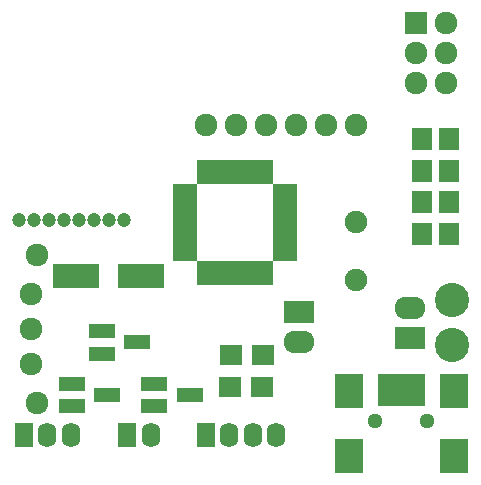
<source format=gts>
G04 #@! TF.FileFunction,Soldermask,Top*
%FSLAX46Y46*%
G04 Gerber Fmt 4.6, Leading zero omitted, Abs format (unit mm)*
G04 Created by KiCad (PCBNEW 4.0.2+e4-6225~38~ubuntu14.04.1-stable) date Sat Jul  9 19:21:58 2016*
%MOMM*%
G01*
G04 APERTURE LIST*
%ADD10C,0.150000*%
%ADD11R,1.598880X2.099260*%
%ADD12O,1.598880X2.099260*%
%ADD13R,2.200860X1.200100*%
%ADD14C,1.200000*%
%ADD15R,0.900380X2.701240*%
%ADD16R,2.398980X2.899360*%
%ADD17C,1.299160*%
%ADD18R,1.924000X1.924000*%
%ADD19C,1.924000*%
%ADD20C,2.899360*%
%ADD21R,2.599640X1.924000*%
%ADD22O,2.599640X1.924000*%
%ADD23R,2.000000X0.950000*%
%ADD24R,0.950000X2.000000*%
%ADD25R,3.999180X2.000200*%
%ADD26R,1.700000X1.900000*%
%ADD27R,1.900000X1.700000*%
%ADD28C,1.901140*%
G04 APERTURE END LIST*
D10*
D11*
X17701260Y3175000D03*
D12*
X19700240Y3175000D03*
X21701760Y3175000D03*
X23700740Y3175000D03*
D11*
X11064240Y3175000D03*
D12*
X13065760Y3175000D03*
D13*
X6372860Y7554000D03*
X6372860Y5654000D03*
X9375140Y6604000D03*
X13357860Y7554000D03*
X13357860Y5654000D03*
X16360140Y6604000D03*
X8912860Y11999000D03*
X8912860Y10099000D03*
X11915140Y11049000D03*
D14*
X1872000Y21380000D03*
X3145500Y21390400D03*
X4415500Y21390400D03*
X5685500Y21390400D03*
X6955500Y21390400D03*
X8225500Y21390400D03*
X9495500Y21390400D03*
X10765500Y21390400D03*
D15*
X32689800Y7005320D03*
X33489900Y7005320D03*
X34290000Y7005320D03*
X35090100Y7005320D03*
X35890200Y7005320D03*
D16*
X29839920Y6906260D03*
X29839920Y1407160D03*
X38740080Y6906260D03*
X38740080Y1407160D03*
D17*
X32090360Y4406900D03*
X36489640Y4406900D03*
D18*
X35560000Y38100000D03*
D19*
X38100000Y38100000D03*
X35560000Y35560000D03*
X38100000Y35560000D03*
X35560000Y33020000D03*
X38100000Y33020000D03*
D20*
X38608000Y14605000D03*
X38608000Y10795000D03*
D21*
X35052000Y11430000D03*
D22*
X35052000Y13970000D03*
D19*
X2900000Y9192000D03*
X2900000Y12192000D03*
X2900000Y15192000D03*
X3400000Y5942000D03*
X3400000Y18442000D03*
D11*
X2319020Y3175000D03*
D12*
X4318000Y3175000D03*
X6316980Y3175000D03*
D23*
X24443000Y18409000D03*
X24443000Y19209000D03*
X24443000Y20009000D03*
X24443000Y20809000D03*
X24443000Y21609000D03*
X24443000Y22409000D03*
X24443000Y23209000D03*
X24443000Y24009000D03*
D24*
X22993000Y25459000D03*
X22193000Y25459000D03*
X21393000Y25459000D03*
X20593000Y25459000D03*
X19793000Y25459000D03*
X18993000Y25459000D03*
X18193000Y25459000D03*
X17393000Y25459000D03*
D23*
X15943000Y24009000D03*
X15943000Y23209000D03*
X15943000Y22409000D03*
X15943000Y21609000D03*
X15943000Y20809000D03*
X15943000Y20009000D03*
X15943000Y19209000D03*
X15943000Y18409000D03*
D24*
X17393000Y16959000D03*
X18193000Y16959000D03*
X18993000Y16959000D03*
X19793000Y16959000D03*
X20593000Y16959000D03*
X21393000Y16959000D03*
X22193000Y16959000D03*
X22993000Y16959000D03*
D25*
X12275820Y16637000D03*
X6774180Y16637000D03*
D26*
X38354000Y20240000D03*
X38354000Y22940000D03*
D27*
X22479000Y7239000D03*
X19779000Y7239000D03*
D26*
X36068000Y22940000D03*
X36068000Y20240000D03*
X38354000Y28274000D03*
X38354000Y25574000D03*
D27*
X19859000Y9969500D03*
X22559000Y9969500D03*
D26*
X36068000Y25574000D03*
X36068000Y28274000D03*
D19*
X30480000Y29464000D03*
X27940000Y29464000D03*
X25400000Y29464000D03*
X22860000Y29464000D03*
X20320000Y29464000D03*
X17780000Y29464000D03*
D28*
X30480000Y16355060D03*
X30480000Y21236940D03*
D21*
X25654000Y13589000D03*
D22*
X25654000Y11049000D03*
M02*

</source>
